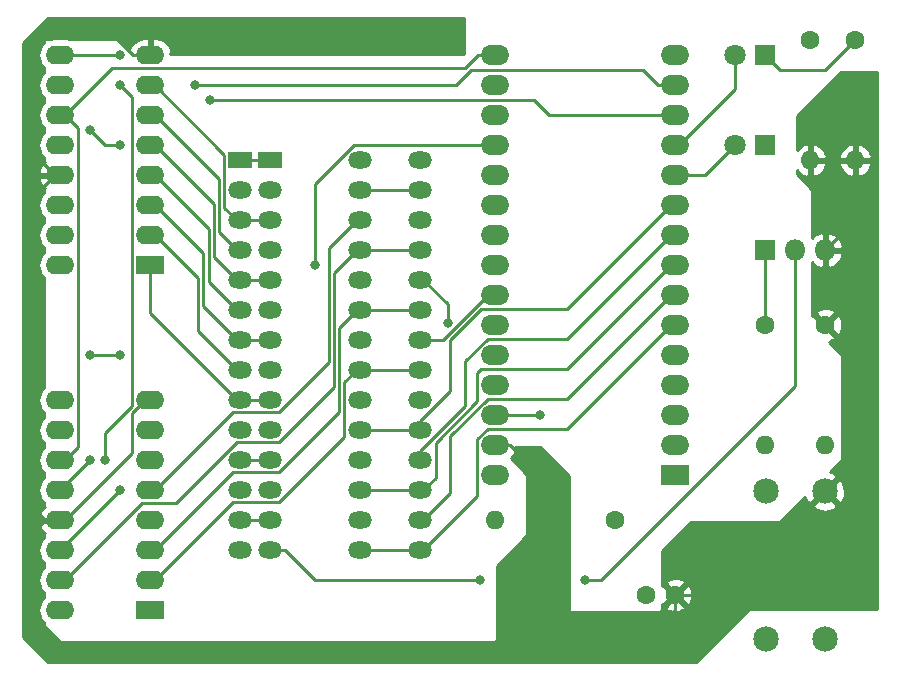
<source format=gtl>
G04 #@! TF.GenerationSoftware,KiCad,Pcbnew,(5.1.0)-1*
G04 #@! TF.CreationDate,2019-04-17T12:48:28-04:00*
G04 #@! TF.ProjectId,f-ramune_arduino,662d7261-6d75-46e6-955f-61726475696e,rev?*
G04 #@! TF.SameCoordinates,Original*
G04 #@! TF.FileFunction,Copper,L1,Top*
G04 #@! TF.FilePolarity,Positive*
%FSLAX46Y46*%
G04 Gerber Fmt 4.6, Leading zero omitted, Abs format (unit mm)*
G04 Created by KiCad (PCBNEW (5.1.0)-1) date 2019-04-17 12:48:29*
%MOMM*%
%LPD*%
G04 APERTURE LIST*
%ADD10C,1.600000*%
%ADD11O,2.000000X1.440000*%
%ADD12R,2.000000X1.440000*%
%ADD13O,2.400000X1.600000*%
%ADD14R,2.400000X1.600000*%
%ADD15C,2.159000*%
%ADD16O,1.600000X1.600000*%
%ADD17O,1.800000X1.800000*%
%ADD18R,1.800000X1.800000*%
%ADD19C,1.800000*%
%ADD20O,2.400000X1.700000*%
%ADD21R,2.400000X1.700000*%
%ADD22C,0.800000*%
%ADD23C,0.250000*%
%ADD24C,0.254000*%
G04 APERTURE END LIST*
D10*
X170220000Y-124460000D03*
X172720000Y-124460000D03*
D11*
X146050000Y-120650000D03*
X135890000Y-120650000D03*
X146050000Y-118110000D03*
X135890000Y-118110000D03*
X146050000Y-115570000D03*
X135890000Y-115570000D03*
X146050000Y-113030000D03*
X135890000Y-113030000D03*
X146050000Y-110490000D03*
X135890000Y-110490000D03*
X146050000Y-107950000D03*
X135890000Y-107950000D03*
X146050000Y-105410000D03*
X135890000Y-105410000D03*
X146050000Y-102870000D03*
X135890000Y-102870000D03*
X146050000Y-100330000D03*
X135890000Y-100330000D03*
X146050000Y-97790000D03*
X135890000Y-97790000D03*
X146050000Y-95250000D03*
X135890000Y-95250000D03*
X146050000Y-92710000D03*
X135890000Y-92710000D03*
X146050000Y-90170000D03*
X135890000Y-90170000D03*
X146050000Y-87630000D03*
D12*
X135890000Y-87630000D03*
D11*
X146050000Y-87630000D03*
X146050000Y-90170000D03*
X146050000Y-92710000D03*
X146050000Y-95250000D03*
X146050000Y-97790000D03*
X146050000Y-100330000D03*
X146050000Y-102870000D03*
X146050000Y-105410000D03*
X146050000Y-107950000D03*
X146050000Y-110490000D03*
X146050000Y-113030000D03*
X146050000Y-115570000D03*
X146050000Y-118110000D03*
X146050000Y-120650000D03*
X146050000Y-120650000D03*
X146050000Y-118110000D03*
X146050000Y-115570000D03*
X146050000Y-113030000D03*
X146050000Y-110490000D03*
X146050000Y-107950000D03*
X146050000Y-105410000D03*
X146050000Y-102870000D03*
X146050000Y-100330000D03*
X146050000Y-97790000D03*
X146050000Y-95250000D03*
X146050000Y-92710000D03*
X146050000Y-90170000D03*
X146050000Y-87630000D03*
X146050000Y-87630000D03*
X146050000Y-90170000D03*
X146050000Y-92710000D03*
X146050000Y-95250000D03*
X146050000Y-97790000D03*
X146050000Y-100330000D03*
X146050000Y-102870000D03*
X146050000Y-105410000D03*
X146050000Y-107950000D03*
X146050000Y-110490000D03*
X146050000Y-113030000D03*
X146050000Y-115570000D03*
X146050000Y-118110000D03*
X146050000Y-120650000D03*
D12*
X138430000Y-87630000D03*
D11*
X138430000Y-90170000D03*
X138430000Y-92710000D03*
X138430000Y-95250000D03*
X138430000Y-97790000D03*
X138430000Y-100330000D03*
X138430000Y-102870000D03*
X138430000Y-105410000D03*
X138430000Y-107950000D03*
X138430000Y-110490000D03*
X138430000Y-113030000D03*
X138430000Y-115570000D03*
X138430000Y-118110000D03*
X138430000Y-120650000D03*
X151130000Y-120650000D03*
X151130000Y-118110000D03*
X151130000Y-115570000D03*
X151130000Y-113030000D03*
X151130000Y-110490000D03*
X151130000Y-107950000D03*
X151130000Y-105410000D03*
X151130000Y-102870000D03*
X151130000Y-100330000D03*
X151130000Y-97790000D03*
X151130000Y-95250000D03*
X151130000Y-92710000D03*
X151130000Y-90170000D03*
X151130000Y-87630000D03*
X151130000Y-87630000D03*
X151130000Y-90170000D03*
X151130000Y-92710000D03*
X151130000Y-95250000D03*
X151130000Y-97790000D03*
X151130000Y-100330000D03*
X151130000Y-102870000D03*
X151130000Y-105410000D03*
X151130000Y-107950000D03*
X151130000Y-110490000D03*
X151130000Y-113030000D03*
X151130000Y-115570000D03*
X151130000Y-118110000D03*
X151130000Y-120650000D03*
X151130000Y-120650000D03*
X151130000Y-118110000D03*
X151130000Y-115570000D03*
X151130000Y-113030000D03*
X151130000Y-110490000D03*
X151130000Y-107950000D03*
X151130000Y-105410000D03*
X151130000Y-102870000D03*
X151130000Y-100330000D03*
X151130000Y-97790000D03*
X151130000Y-95250000D03*
X151130000Y-92710000D03*
X151130000Y-90170000D03*
X151130000Y-87630000D03*
X151130000Y-87630000D03*
X151130000Y-90170000D03*
X151130000Y-92710000D03*
X151130000Y-95250000D03*
X151130000Y-97790000D03*
X151130000Y-100330000D03*
X151130000Y-102870000D03*
X151130000Y-105410000D03*
X151130000Y-107950000D03*
X151130000Y-110490000D03*
X151130000Y-113030000D03*
X151130000Y-115570000D03*
X151130000Y-118110000D03*
X151130000Y-120650000D03*
D13*
X120650000Y-125730000D03*
X128270000Y-107950000D03*
X120650000Y-123190000D03*
X128270000Y-110490000D03*
X120650000Y-120650000D03*
X128270000Y-113030000D03*
X120650000Y-118110000D03*
X128270000Y-115570000D03*
X120650000Y-115570000D03*
X128270000Y-118110000D03*
X120650000Y-113030000D03*
X128270000Y-120650000D03*
X120650000Y-110490000D03*
X128270000Y-123190000D03*
X120650000Y-107950000D03*
D14*
X128270000Y-125730000D03*
D13*
X120650000Y-96520000D03*
X128270000Y-78740000D03*
X120650000Y-93980000D03*
X128270000Y-81280000D03*
X120650000Y-91440000D03*
X128270000Y-83820000D03*
X120650000Y-88900000D03*
X128270000Y-86360000D03*
X120650000Y-86360000D03*
X128270000Y-88900000D03*
X120650000Y-83820000D03*
X128270000Y-91440000D03*
X120650000Y-81280000D03*
X128270000Y-93980000D03*
X120650000Y-78740000D03*
D14*
X128270000Y-96520000D03*
D15*
X180380640Y-128168400D03*
X180380640Y-115671600D03*
X185379360Y-128168400D03*
X185379360Y-115671600D03*
D16*
X157480000Y-118110000D03*
D10*
X167640000Y-118110000D03*
D16*
X180340000Y-111760000D03*
D10*
X180340000Y-101600000D03*
D16*
X185420000Y-111760000D03*
D10*
X185420000Y-101600000D03*
D16*
X187960000Y-87630000D03*
D10*
X187960000Y-77470000D03*
D16*
X184150000Y-87630000D03*
D10*
X184150000Y-77470000D03*
D17*
X185420000Y-95250000D03*
X182880000Y-95250000D03*
D18*
X180340000Y-95250000D03*
D19*
X177800000Y-78740000D03*
D18*
X180340000Y-78740000D03*
D19*
X177800000Y-86360000D03*
D18*
X180340000Y-86360000D03*
D20*
X172720000Y-78740000D03*
X157480000Y-78740000D03*
X172720000Y-81280000D03*
X157480000Y-81280000D03*
X172720000Y-83820000D03*
X157480000Y-83820000D03*
X172720000Y-86360000D03*
X157480000Y-86360000D03*
X172720000Y-88900000D03*
X157480000Y-88900000D03*
X172720000Y-91440000D03*
X157480000Y-91440000D03*
X172720000Y-93980000D03*
X157480000Y-93980000D03*
X172720000Y-96520000D03*
X157480000Y-96520000D03*
X172720000Y-99060000D03*
X157480000Y-99060000D03*
X172720000Y-101600000D03*
X157480000Y-101600000D03*
X172720000Y-104140000D03*
X157480000Y-104140000D03*
X172720000Y-106680000D03*
X157480000Y-106680000D03*
X172720000Y-109220000D03*
X157480000Y-109220000D03*
X172720000Y-111760000D03*
X157480000Y-111760000D03*
D21*
X172720000Y-114300000D03*
D20*
X157480000Y-114300000D03*
D22*
X132080000Y-81280000D03*
X133350000Y-82550000D03*
X125730000Y-86360000D03*
X123190000Y-85090000D03*
X123190000Y-113030000D03*
X161290000Y-109220000D03*
X142240000Y-96520000D03*
X125730000Y-104140000D03*
X123190000Y-104140000D03*
X125730000Y-78740000D03*
X125730000Y-81280000D03*
X124460000Y-113030000D03*
X125730000Y-115570000D03*
X153474136Y-101404135D03*
X156210000Y-123190000D03*
X165099972Y-123190000D03*
D23*
X122175010Y-84945010D02*
X121050000Y-83820000D01*
X122175010Y-111904990D02*
X122175010Y-84945010D01*
X121050000Y-113030000D02*
X122175010Y-111904990D01*
X120650000Y-113030000D02*
X121050000Y-113030000D01*
X156030000Y-78740000D02*
X157480000Y-78740000D01*
X154904990Y-79865010D02*
X156030000Y-78740000D01*
X125004990Y-79865010D02*
X154904990Y-79865010D01*
X121050000Y-83820000D02*
X125004990Y-79865010D01*
X120650000Y-83820000D02*
X121050000Y-83820000D01*
X155396410Y-80010000D02*
X154126410Y-81280000D01*
X170000000Y-80010000D02*
X155396410Y-80010000D01*
X172720000Y-81280000D02*
X171270000Y-81280000D01*
X171270000Y-81280000D02*
X170000000Y-80010000D01*
X154126410Y-81280000D02*
X132080000Y-81280000D01*
X132080000Y-81280000D02*
X132080000Y-81280000D01*
X184150000Y-87630000D02*
X187960000Y-87630000D01*
X187960000Y-92710000D02*
X185420000Y-95250000D01*
X187960000Y-87630000D02*
X187960000Y-92710000D01*
X187960000Y-99060000D02*
X185420000Y-101600000D01*
X187960000Y-92710000D02*
X187960000Y-99060000D01*
X187960000Y-113090960D02*
X185379360Y-115671600D01*
X187960000Y-99060000D02*
X187960000Y-113090960D01*
X120650000Y-118110000D02*
X120250000Y-118110000D01*
X120650000Y-88900000D02*
X120250000Y-88900000D01*
X127870000Y-107950000D02*
X128270000Y-107950000D01*
X126744990Y-109075010D02*
X127870000Y-107950000D01*
X126744990Y-112415010D02*
X126744990Y-109075010D01*
X121050000Y-118110000D02*
X126744990Y-112415010D01*
X120650000Y-118110000D02*
X121050000Y-118110000D01*
X176590960Y-124460000D02*
X185379360Y-115671600D01*
X172720000Y-124460000D02*
X176590960Y-124460000D01*
X172720000Y-125730000D02*
X172720000Y-124460000D01*
X160020000Y-128270000D02*
X170180000Y-128270000D01*
X170180000Y-128270000D02*
X172720000Y-125730000D01*
X158750000Y-129540000D02*
X160020000Y-128270000D01*
X120650000Y-129540000D02*
X158750000Y-129540000D01*
X118110000Y-127000000D02*
X120650000Y-129540000D01*
X118110000Y-119380000D02*
X118110000Y-127000000D01*
X120250000Y-118110000D02*
X119380000Y-118110000D01*
X119380000Y-118110000D02*
X118110000Y-119380000D01*
X118110000Y-91040000D02*
X120250000Y-88900000D01*
X119380000Y-118110000D02*
X118110000Y-116840000D01*
X118110000Y-116840000D02*
X118110000Y-91040000D01*
X126820000Y-78740000D02*
X128270000Y-78740000D01*
X124280000Y-76200000D02*
X126820000Y-78740000D01*
X119380000Y-76200000D02*
X124280000Y-76200000D01*
X118110000Y-77470000D02*
X119380000Y-76200000D01*
X120250000Y-88900000D02*
X118110000Y-86760000D01*
X118110000Y-86760000D02*
X118110000Y-77470000D01*
X160020000Y-123386998D02*
X160020000Y-128270000D01*
X161290000Y-122116998D02*
X160020000Y-123386998D01*
X161290000Y-114300000D02*
X161290000Y-122116998D01*
X157480000Y-111760000D02*
X158750000Y-111760000D01*
X158750000Y-111760000D02*
X161290000Y-114300000D01*
X162031715Y-83820000D02*
X160761715Y-82550000D01*
X172720000Y-83820000D02*
X162031715Y-83820000D01*
X160761715Y-82550000D02*
X133350000Y-82550000D01*
X133350000Y-82550000D02*
X133350000Y-82550000D01*
X125730000Y-86360000D02*
X124460000Y-86360000D01*
X124460000Y-86360000D02*
X123190000Y-85090000D01*
X123190000Y-85090000D02*
X123190000Y-85090000D01*
X123190000Y-113030000D02*
X120650000Y-115570000D01*
X161290000Y-109220000D02*
X157480000Y-109220000D01*
X177800000Y-81630000D02*
X177800000Y-78740000D01*
X172720000Y-86360000D02*
X173070000Y-86360000D01*
X173070000Y-86360000D02*
X177800000Y-81630000D01*
X175260000Y-88900000D02*
X177800000Y-86360000D01*
X172720000Y-88900000D02*
X175260000Y-88900000D01*
X146050000Y-110490000D02*
X151130000Y-110490000D01*
X163574990Y-100235010D02*
X172370000Y-91440000D01*
X172370000Y-91440000D02*
X172720000Y-91440000D01*
X156304990Y-100235010D02*
X163574990Y-100235010D01*
X151130000Y-110490000D02*
X151130000Y-109707867D01*
X151130000Y-109707867D02*
X153670000Y-107167867D01*
X153670000Y-107167867D02*
X153670000Y-102870000D01*
X153670000Y-102870000D02*
X156304990Y-100235010D01*
X172370000Y-93980000D02*
X172720000Y-93980000D01*
X151130000Y-112247867D02*
X154940000Y-108437867D01*
X151130000Y-113030000D02*
X151130000Y-112247867D01*
X154940000Y-108437867D02*
X154940000Y-104668285D01*
X154940000Y-104668285D02*
X156833275Y-102775010D01*
X156833275Y-102775010D02*
X163574990Y-102775010D01*
X163574990Y-102775010D02*
X172370000Y-93980000D01*
X156843589Y-99060000D02*
X157480000Y-99060000D01*
X153033589Y-102870000D02*
X156843589Y-99060000D01*
X151130000Y-102870000D02*
X153033589Y-102870000D01*
X172370000Y-96520000D02*
X172720000Y-96520000D01*
X163574990Y-105315010D02*
X172370000Y-96520000D01*
X156304990Y-105315010D02*
X163574990Y-105315010D01*
X155954990Y-105665010D02*
X156304990Y-105315010D01*
X155954990Y-108059287D02*
X155954990Y-105665010D01*
X152455010Y-111559267D02*
X155954990Y-108059287D01*
X152455010Y-114524990D02*
X152455010Y-111559267D01*
X151410000Y-115570000D02*
X152455010Y-114524990D01*
X151130000Y-115570000D02*
X151410000Y-115570000D01*
X151130000Y-115570000D02*
X146050000Y-115570000D01*
X172370000Y-99060000D02*
X172720000Y-99060000D01*
X151130000Y-118110000D02*
X151410000Y-118110000D01*
X153670000Y-115850000D02*
X153670000Y-111018285D01*
X153670000Y-111018285D02*
X156833275Y-107855010D01*
X156833275Y-107855010D02*
X163574990Y-107855010D01*
X151410000Y-118110000D02*
X153670000Y-115850000D01*
X163574990Y-107855010D02*
X172370000Y-99060000D01*
X146050000Y-120650000D02*
X151130000Y-120650000D01*
X172370000Y-101600000D02*
X172720000Y-101600000D01*
X163574990Y-110395010D02*
X172370000Y-101600000D01*
X156833275Y-110395010D02*
X163574990Y-110395010D01*
X155954990Y-111273295D02*
X156833275Y-110395010D01*
X155954990Y-116105010D02*
X155954990Y-111273295D01*
X151410000Y-120650000D02*
X155954990Y-116105010D01*
X151130000Y-120650000D02*
X151410000Y-120650000D01*
X135890000Y-118110000D02*
X138430000Y-118110000D01*
X151130000Y-90170000D02*
X146050000Y-90170000D01*
X135890000Y-113030000D02*
X138430000Y-113030000D01*
X156030000Y-86360000D02*
X157480000Y-86360000D01*
X145562133Y-86360000D02*
X156030000Y-86360000D01*
X142240000Y-89682133D02*
X145562133Y-86360000D01*
X142240000Y-96520000D02*
X142240000Y-89682133D01*
X125730000Y-104140000D02*
X123190000Y-104140000D01*
X123190000Y-104140000D02*
X123190000Y-104140000D01*
X135890000Y-92710000D02*
X138430000Y-92710000D01*
X135610000Y-92710000D02*
X135890000Y-92710000D01*
X134564999Y-91664999D02*
X135610000Y-92710000D01*
X134564999Y-87174999D02*
X134564999Y-91664999D01*
X128670000Y-81280000D02*
X134564999Y-87174999D01*
X128270000Y-81280000D02*
X128670000Y-81280000D01*
X135610000Y-95250000D02*
X135890000Y-95250000D01*
X134114989Y-93754989D02*
X135610000Y-95250000D01*
X134114989Y-89264989D02*
X134114989Y-93754989D01*
X128670000Y-83820000D02*
X134114989Y-89264989D01*
X128270000Y-83820000D02*
X128670000Y-83820000D01*
X135890000Y-97790000D02*
X138430000Y-97790000D01*
X135610000Y-97790000D02*
X135890000Y-97790000D01*
X133664979Y-95844979D02*
X135610000Y-97790000D01*
X133664979Y-91354979D02*
X133664979Y-95844979D01*
X128670000Y-86360000D02*
X133664979Y-91354979D01*
X128270000Y-86360000D02*
X128670000Y-86360000D01*
X135610000Y-100330000D02*
X135890000Y-100330000D01*
X133214969Y-97934969D02*
X135610000Y-100330000D01*
X133214969Y-93444969D02*
X133214969Y-97934969D01*
X128670000Y-88900000D02*
X133214969Y-93444969D01*
X128270000Y-88900000D02*
X128670000Y-88900000D01*
X135890000Y-102870000D02*
X138430000Y-102870000D01*
X135610000Y-102870000D02*
X135890000Y-102870000D01*
X132764959Y-100024959D02*
X135610000Y-102870000D01*
X132764959Y-95534959D02*
X132764959Y-100024959D01*
X128670000Y-91440000D02*
X132764959Y-95534959D01*
X128270000Y-91440000D02*
X128670000Y-91440000D01*
X135610000Y-105410000D02*
X135890000Y-105410000D01*
X132314949Y-102114949D02*
X135610000Y-105410000D01*
X132314949Y-97624949D02*
X132314949Y-102114949D01*
X128670000Y-93980000D02*
X132314949Y-97624949D01*
X128270000Y-93980000D02*
X128670000Y-93980000D01*
X120650000Y-78740000D02*
X121050000Y-78740000D01*
X120650000Y-78740000D02*
X125730000Y-78740000D01*
X125730000Y-78740000D02*
X125730000Y-78740000D01*
X126744990Y-108438600D02*
X124460000Y-110723590D01*
X125730000Y-81280000D02*
X126744990Y-82294990D01*
X126744990Y-82294990D02*
X126744990Y-108438600D01*
X124460000Y-110723590D02*
X124460000Y-113030000D01*
X124460000Y-113030000D02*
X124460000Y-113030000D01*
X125730000Y-115570000D02*
X120650000Y-120650000D01*
X135890000Y-107950000D02*
X138430000Y-107950000D01*
X135610000Y-107950000D02*
X135890000Y-107950000D01*
X128270000Y-100610000D02*
X135610000Y-107950000D01*
X128270000Y-96520000D02*
X128270000Y-100610000D01*
X146050000Y-95250000D02*
X151130000Y-95250000D01*
X145770000Y-95250000D02*
X146050000Y-95250000D01*
X143824970Y-97195030D02*
X145770000Y-95250000D01*
X143824970Y-106852897D02*
X143824970Y-97195030D01*
X139142857Y-111535010D02*
X143824970Y-106852897D01*
X135627123Y-111535010D02*
X139142857Y-111535010D01*
X130467123Y-116695010D02*
X135627123Y-111535010D01*
X127544990Y-116695010D02*
X130467123Y-116695010D01*
X121050000Y-123190000D02*
X127544990Y-116695010D01*
X120650000Y-123190000D02*
X121050000Y-123190000D01*
X135890000Y-87630000D02*
X138430000Y-87630000D01*
X145770000Y-92710000D02*
X146050000Y-92710000D01*
X143374960Y-95105040D02*
X145770000Y-92710000D01*
X139142857Y-108995010D02*
X143374960Y-104762907D01*
X135244990Y-108995010D02*
X139142857Y-108995010D01*
X143374960Y-104762907D02*
X143374960Y-95105040D01*
X128670000Y-115570000D02*
X135244990Y-108995010D01*
X128270000Y-115570000D02*
X128670000Y-115570000D01*
X146050000Y-100330000D02*
X151130000Y-100330000D01*
X145770000Y-100330000D02*
X146050000Y-100330000D01*
X144274980Y-101825020D02*
X145770000Y-100330000D01*
X144274980Y-108942887D02*
X144274980Y-101825020D01*
X139142857Y-114075010D02*
X144274980Y-108942887D01*
X135244990Y-114075010D02*
X139142857Y-114075010D01*
X128670000Y-120650000D02*
X135244990Y-114075010D01*
X128270000Y-120650000D02*
X128670000Y-120650000D01*
X146050000Y-105410000D02*
X151130000Y-105410000D01*
X145770000Y-105410000D02*
X146050000Y-105410000D01*
X144724990Y-106455010D02*
X145770000Y-105410000D01*
X144724990Y-111032877D02*
X144724990Y-106455010D01*
X139142857Y-116615010D02*
X144724990Y-111032877D01*
X135244990Y-116615010D02*
X139142857Y-116615010D01*
X128670000Y-123190000D02*
X135244990Y-116615010D01*
X128270000Y-123190000D02*
X128670000Y-123190000D01*
X151410000Y-97790000D02*
X153474136Y-99854136D01*
X151130000Y-97790000D02*
X151410000Y-97790000D01*
X153474136Y-99854136D02*
X153474136Y-100838450D01*
X153474136Y-100838450D02*
X153474136Y-101404135D01*
X138430000Y-120650000D02*
X139680000Y-120650000D01*
X139680000Y-120650000D02*
X142220000Y-123190000D01*
X155644315Y-123190000D02*
X156210000Y-123190000D01*
X142220000Y-123190000D02*
X155644315Y-123190000D01*
X182880000Y-106775002D02*
X166465002Y-123190000D01*
X165665657Y-123190000D02*
X165099972Y-123190000D01*
X182880000Y-95250000D02*
X182880000Y-106775002D01*
X166465002Y-123190000D02*
X165665657Y-123190000D01*
X185420000Y-80010000D02*
X187960000Y-77470000D01*
X180340000Y-78740000D02*
X181610000Y-80010000D01*
X181610000Y-80010000D02*
X185420000Y-80010000D01*
X180340000Y-101600000D02*
X180340000Y-95250000D01*
D24*
G36*
X154813000Y-78613000D02*
G01*
X130105000Y-78613000D01*
X130105000Y-78612998D01*
X129939916Y-78612998D01*
X130061904Y-78390961D01*
X130044367Y-78308182D01*
X129933715Y-78048354D01*
X129774500Y-77815105D01*
X129572839Y-77617399D01*
X129336483Y-77462834D01*
X129074514Y-77357350D01*
X128797000Y-77305000D01*
X128397000Y-77305000D01*
X128397000Y-78613000D01*
X128143000Y-78613000D01*
X128143000Y-77305000D01*
X127743000Y-77305000D01*
X127465486Y-77357350D01*
X127203517Y-77462834D01*
X126967161Y-77617399D01*
X126765500Y-77815105D01*
X126606285Y-78048354D01*
X126570945Y-78131339D01*
X126562338Y-78122732D01*
X126533937Y-78080226D01*
X126389774Y-77936063D01*
X126347266Y-77907660D01*
X125819803Y-77380197D01*
X125800557Y-77364403D01*
X125778601Y-77352667D01*
X125754776Y-77345440D01*
X125730000Y-77343000D01*
X121388129Y-77343000D01*
X121331309Y-77325764D01*
X121120492Y-77305000D01*
X120179508Y-77305000D01*
X119968691Y-77325764D01*
X119911871Y-77343000D01*
X119380000Y-77343000D01*
X119355224Y-77345440D01*
X119331399Y-77352667D01*
X119309443Y-77364403D01*
X119290197Y-77380197D01*
X119274403Y-77399443D01*
X119262667Y-77421399D01*
X119255440Y-77445224D01*
X119253000Y-77470000D01*
X119253000Y-77701838D01*
X119230392Y-77720392D01*
X119051068Y-77938899D01*
X118917818Y-78188192D01*
X118835764Y-78458691D01*
X118808057Y-78740000D01*
X118835764Y-79021309D01*
X118917818Y-79291808D01*
X119051068Y-79541101D01*
X119230392Y-79759608D01*
X119253000Y-79778162D01*
X119253000Y-80241838D01*
X119230392Y-80260392D01*
X119051068Y-80478899D01*
X118917818Y-80728192D01*
X118835764Y-80998691D01*
X118808057Y-81280000D01*
X118835764Y-81561309D01*
X118917818Y-81831808D01*
X119051068Y-82081101D01*
X119230392Y-82299608D01*
X119253000Y-82318162D01*
X119253000Y-82781838D01*
X119230392Y-82800392D01*
X119051068Y-83018899D01*
X118917818Y-83268192D01*
X118835764Y-83538691D01*
X118808057Y-83820000D01*
X118835764Y-84101309D01*
X118917818Y-84371808D01*
X119051068Y-84621101D01*
X119230392Y-84839608D01*
X119253000Y-84858162D01*
X119253000Y-85321838D01*
X119230392Y-85340392D01*
X119051068Y-85558899D01*
X118917818Y-85808192D01*
X118835764Y-86078691D01*
X118808057Y-86360000D01*
X118835764Y-86641309D01*
X118917818Y-86911808D01*
X119051068Y-87161101D01*
X119230392Y-87379608D01*
X119253000Y-87398162D01*
X119253000Y-87630000D01*
X119255440Y-87654776D01*
X119262667Y-87678601D01*
X119274403Y-87700557D01*
X119290197Y-87719803D01*
X119347543Y-87777149D01*
X119347161Y-87777399D01*
X119145500Y-87975105D01*
X118986285Y-88208354D01*
X118875633Y-88468182D01*
X118858096Y-88550961D01*
X118980085Y-88773000D01*
X120343394Y-88773000D01*
X120470394Y-88900000D01*
X120343394Y-89027000D01*
X118980085Y-89027000D01*
X118858096Y-89249039D01*
X118875633Y-89331818D01*
X118986285Y-89591646D01*
X119145500Y-89824895D01*
X119347161Y-90022601D01*
X119347543Y-90022851D01*
X119290197Y-90080197D01*
X119274403Y-90099443D01*
X119262667Y-90121399D01*
X119255440Y-90145224D01*
X119253000Y-90170000D01*
X119253000Y-90401838D01*
X119230392Y-90420392D01*
X119051068Y-90638899D01*
X118917818Y-90888192D01*
X118835764Y-91158691D01*
X118808057Y-91440000D01*
X118835764Y-91721309D01*
X118917818Y-91991808D01*
X119051068Y-92241101D01*
X119230392Y-92459608D01*
X119253000Y-92478162D01*
X119253000Y-92941838D01*
X119230392Y-92960392D01*
X119051068Y-93178899D01*
X118917818Y-93428192D01*
X118835764Y-93698691D01*
X118808057Y-93980000D01*
X118835764Y-94261309D01*
X118917818Y-94531808D01*
X119051068Y-94781101D01*
X119230392Y-94999608D01*
X119253000Y-95018162D01*
X119253000Y-95481838D01*
X119230392Y-95500392D01*
X119051068Y-95718899D01*
X118917818Y-95968192D01*
X118835764Y-96238691D01*
X118808057Y-96520000D01*
X118835764Y-96801309D01*
X118917818Y-97071808D01*
X119051068Y-97321101D01*
X119230392Y-97539608D01*
X119253000Y-97558162D01*
X119253000Y-106911838D01*
X119230392Y-106930392D01*
X119051068Y-107148899D01*
X118917818Y-107398192D01*
X118835764Y-107668691D01*
X118808057Y-107950000D01*
X118835764Y-108231309D01*
X118917818Y-108501808D01*
X119051068Y-108751101D01*
X119230392Y-108969608D01*
X119253000Y-108988162D01*
X119253000Y-109451838D01*
X119230392Y-109470392D01*
X119051068Y-109688899D01*
X118917818Y-109938192D01*
X118835764Y-110208691D01*
X118808057Y-110490000D01*
X118835764Y-110771309D01*
X118917818Y-111041808D01*
X119051068Y-111291101D01*
X119230392Y-111509608D01*
X119253000Y-111528162D01*
X119253000Y-111991838D01*
X119230392Y-112010392D01*
X119051068Y-112228899D01*
X118917818Y-112478192D01*
X118835764Y-112748691D01*
X118808057Y-113030000D01*
X118835764Y-113311309D01*
X118917818Y-113581808D01*
X119051068Y-113831101D01*
X119230392Y-114049608D01*
X119253000Y-114068162D01*
X119253000Y-114531838D01*
X119230392Y-114550392D01*
X119051068Y-114768899D01*
X118917818Y-115018192D01*
X118835764Y-115288691D01*
X118808057Y-115570000D01*
X118835764Y-115851309D01*
X118917818Y-116121808D01*
X119051068Y-116371101D01*
X119230392Y-116589608D01*
X119253000Y-116608162D01*
X119253000Y-116840000D01*
X119255440Y-116864776D01*
X119262667Y-116888601D01*
X119274403Y-116910557D01*
X119290197Y-116929803D01*
X119347543Y-116987149D01*
X119347161Y-116987399D01*
X119145500Y-117185105D01*
X118986285Y-117418354D01*
X118875633Y-117678182D01*
X118858096Y-117760961D01*
X118980085Y-117983000D01*
X120343394Y-117983000D01*
X120470394Y-118110000D01*
X120343394Y-118237000D01*
X118980085Y-118237000D01*
X118858096Y-118459039D01*
X118875633Y-118541818D01*
X118986285Y-118801646D01*
X119145500Y-119034895D01*
X119347161Y-119232601D01*
X119347543Y-119232851D01*
X119290197Y-119290197D01*
X119274403Y-119309443D01*
X119262667Y-119331399D01*
X119255440Y-119355224D01*
X119253000Y-119380000D01*
X119253000Y-119611838D01*
X119230392Y-119630392D01*
X119051068Y-119848899D01*
X118917818Y-120098192D01*
X118835764Y-120368691D01*
X118808057Y-120650000D01*
X118835764Y-120931309D01*
X118917818Y-121201808D01*
X119051068Y-121451101D01*
X119230392Y-121669608D01*
X119253000Y-121688162D01*
X119253000Y-122151838D01*
X119230392Y-122170392D01*
X119051068Y-122388899D01*
X118917818Y-122638192D01*
X118835764Y-122908691D01*
X118808057Y-123190000D01*
X118835764Y-123471309D01*
X118917818Y-123741808D01*
X119051068Y-123991101D01*
X119230392Y-124209608D01*
X119253000Y-124228162D01*
X119253000Y-124691838D01*
X119230392Y-124710392D01*
X119051068Y-124928899D01*
X118917818Y-125178192D01*
X118835764Y-125448691D01*
X118808057Y-125730000D01*
X118835764Y-126011309D01*
X118917818Y-126281808D01*
X119051068Y-126531101D01*
X119230392Y-126749608D01*
X119253000Y-126768162D01*
X119253000Y-127000000D01*
X119255440Y-127024776D01*
X119262667Y-127048601D01*
X119274403Y-127070557D01*
X119290197Y-127089803D01*
X120560197Y-128359803D01*
X120579443Y-128375597D01*
X120601399Y-128387333D01*
X120625224Y-128394560D01*
X120650000Y-128397000D01*
X157480000Y-128397000D01*
X157504776Y-128394560D01*
X157528601Y-128387333D01*
X157550557Y-128375597D01*
X157569803Y-128359803D01*
X157585597Y-128340557D01*
X157597333Y-128318601D01*
X157604560Y-128294776D01*
X157607000Y-128270000D01*
X157607000Y-121972606D01*
X160109803Y-119469803D01*
X160125597Y-119450557D01*
X160137333Y-119428601D01*
X160144560Y-119404776D01*
X160147000Y-119380000D01*
X160147000Y-114300000D01*
X160144560Y-114275224D01*
X160137333Y-114251399D01*
X160125597Y-114229443D01*
X160109803Y-114210197D01*
X158792607Y-112893001D01*
X158969857Y-112720252D01*
X159135291Y-112479426D01*
X159250563Y-112210953D01*
X159271476Y-112116890D01*
X159150156Y-111887002D01*
X159315000Y-111887002D01*
X159315000Y-111887000D01*
X161237394Y-111887000D01*
X163703000Y-114352606D01*
X163703000Y-125730000D01*
X163705440Y-125754776D01*
X163712667Y-125778601D01*
X163724403Y-125800557D01*
X163740197Y-125819803D01*
X163759443Y-125835597D01*
X163781399Y-125847333D01*
X163805224Y-125854560D01*
X163830000Y-125857000D01*
X169887629Y-125857000D01*
X170078665Y-125895000D01*
X170361335Y-125895000D01*
X170552371Y-125857000D01*
X171450000Y-125857000D01*
X171474776Y-125854560D01*
X171498601Y-125847333D01*
X171520557Y-125835597D01*
X171539803Y-125819803D01*
X171555597Y-125800557D01*
X171567333Y-125778601D01*
X171574560Y-125754776D01*
X171577000Y-125730000D01*
X171577000Y-125452702D01*
X171906903Y-125452702D01*
X171978486Y-125696671D01*
X172233996Y-125817571D01*
X172508184Y-125886300D01*
X172790512Y-125900217D01*
X173070130Y-125858787D01*
X173336292Y-125763603D01*
X173461514Y-125696671D01*
X173533097Y-125452702D01*
X172720000Y-124639605D01*
X171906903Y-125452702D01*
X171577000Y-125452702D01*
X171577000Y-125228998D01*
X171727298Y-125273097D01*
X172540395Y-124460000D01*
X172899605Y-124460000D01*
X173712702Y-125273097D01*
X173956671Y-125201514D01*
X174077571Y-124946004D01*
X174146300Y-124671816D01*
X174160217Y-124389488D01*
X174118787Y-124109870D01*
X174023603Y-123843708D01*
X173956671Y-123718486D01*
X173712702Y-123646903D01*
X172899605Y-124460000D01*
X172540395Y-124460000D01*
X171727298Y-123646903D01*
X171577000Y-123691002D01*
X171577000Y-123467298D01*
X171906903Y-123467298D01*
X172720000Y-124280395D01*
X173533097Y-123467298D01*
X173461514Y-123223329D01*
X173206004Y-123102429D01*
X172931816Y-123033700D01*
X172649488Y-123019783D01*
X172369870Y-123061213D01*
X172103708Y-123156397D01*
X171978486Y-123223329D01*
X171906903Y-123467298D01*
X171577000Y-123467298D01*
X171577000Y-120702606D01*
X174042606Y-118237000D01*
X181610000Y-118237000D01*
X181634776Y-118234560D01*
X181658601Y-118227333D01*
X181680557Y-118215597D01*
X181699803Y-118199803D01*
X183035908Y-116863698D01*
X184366867Y-116863698D01*
X184472226Y-117136228D01*
X184775391Y-117285059D01*
X185101767Y-117371885D01*
X185438810Y-117393370D01*
X185773568Y-117348688D01*
X186093177Y-117239557D01*
X186286494Y-117136228D01*
X186391853Y-116863698D01*
X185379360Y-115851205D01*
X184366867Y-116863698D01*
X183035908Y-116863698D01*
X183735750Y-116163856D01*
X183811403Y-116385417D01*
X183914732Y-116578734D01*
X184187262Y-116684093D01*
X185199755Y-115671600D01*
X185558965Y-115671600D01*
X186571458Y-116684093D01*
X186843988Y-116578734D01*
X186992819Y-116275569D01*
X187079645Y-115949193D01*
X187101130Y-115612150D01*
X187056448Y-115277392D01*
X186947317Y-114957783D01*
X186843988Y-114764466D01*
X186571458Y-114659107D01*
X185558965Y-115671600D01*
X185199755Y-115671600D01*
X185185613Y-115657458D01*
X185365218Y-115477853D01*
X185379360Y-115491995D01*
X186391853Y-114479502D01*
X186286494Y-114206972D01*
X185983329Y-114058141D01*
X185871275Y-114028331D01*
X186779803Y-113119803D01*
X186795597Y-113100557D01*
X186807333Y-113078601D01*
X186814560Y-113054776D01*
X186817000Y-113030000D01*
X186817000Y-112098129D01*
X186834236Y-112041309D01*
X186861943Y-111760000D01*
X186834236Y-111478691D01*
X186817000Y-111421871D01*
X186817000Y-104140000D01*
X186814560Y-104115224D01*
X186807333Y-104091399D01*
X186795597Y-104069443D01*
X186779803Y-104050197D01*
X185733779Y-103004173D01*
X185770130Y-102998787D01*
X186036292Y-102903603D01*
X186161514Y-102836671D01*
X186233097Y-102592702D01*
X185420000Y-101779605D01*
X185405858Y-101793748D01*
X185226253Y-101614143D01*
X185240395Y-101600000D01*
X185599605Y-101600000D01*
X186412702Y-102413097D01*
X186656671Y-102341514D01*
X186777571Y-102086004D01*
X186846300Y-101811816D01*
X186860217Y-101529488D01*
X186818787Y-101249870D01*
X186723603Y-100983708D01*
X186656671Y-100858486D01*
X186412702Y-100786903D01*
X185599605Y-101600000D01*
X185240395Y-101600000D01*
X184427298Y-100786903D01*
X184277000Y-100831002D01*
X184277000Y-100607298D01*
X184606903Y-100607298D01*
X185420000Y-101420395D01*
X186233097Y-100607298D01*
X186161514Y-100363329D01*
X185906004Y-100242429D01*
X185631816Y-100173700D01*
X185349488Y-100159783D01*
X185069870Y-100201213D01*
X184803708Y-100296397D01*
X184678486Y-100363329D01*
X184606903Y-100607298D01*
X184277000Y-100607298D01*
X184277000Y-96271986D01*
X184288351Y-96287116D01*
X184512427Y-96487962D01*
X184771380Y-96641234D01*
X185055259Y-96741041D01*
X185293000Y-96620992D01*
X185293000Y-95377000D01*
X185547000Y-95377000D01*
X185547000Y-96620992D01*
X185784741Y-96741041D01*
X186068620Y-96641234D01*
X186327573Y-96487962D01*
X186551649Y-96287116D01*
X186732236Y-96046414D01*
X186862394Y-95775107D01*
X186911036Y-95614740D01*
X186790378Y-95377000D01*
X185547000Y-95377000D01*
X185293000Y-95377000D01*
X185273000Y-95377000D01*
X185273000Y-95123000D01*
X185293000Y-95123000D01*
X185293000Y-93879008D01*
X185547000Y-93879008D01*
X185547000Y-95123000D01*
X186790378Y-95123000D01*
X186911036Y-94885260D01*
X186862394Y-94724893D01*
X186732236Y-94453586D01*
X186551649Y-94212884D01*
X186327573Y-94012038D01*
X186068620Y-93858766D01*
X185784741Y-93758959D01*
X185547000Y-93879008D01*
X185293000Y-93879008D01*
X185055259Y-93758959D01*
X184771380Y-93858766D01*
X184512427Y-94012038D01*
X184288351Y-94212884D01*
X184277000Y-94228014D01*
X184277000Y-90170000D01*
X184274560Y-90145224D01*
X184267333Y-90121399D01*
X184255597Y-90099443D01*
X184239803Y-90080197D01*
X183007000Y-88847394D01*
X183007000Y-88495480D01*
X183186586Y-88693519D01*
X183412580Y-88861037D01*
X183666913Y-88981246D01*
X183800961Y-89021904D01*
X184023000Y-88899915D01*
X184023000Y-87757000D01*
X184277000Y-87757000D01*
X184277000Y-88899915D01*
X184499039Y-89021904D01*
X184633087Y-88981246D01*
X184887420Y-88861037D01*
X185113414Y-88693519D01*
X185302385Y-88485131D01*
X185447070Y-88243881D01*
X185541909Y-87979040D01*
X186568091Y-87979040D01*
X186662930Y-88243881D01*
X186807615Y-88485131D01*
X186996586Y-88693519D01*
X187222580Y-88861037D01*
X187476913Y-88981246D01*
X187610961Y-89021904D01*
X187833000Y-88899915D01*
X187833000Y-87757000D01*
X188087000Y-87757000D01*
X188087000Y-88899915D01*
X188309039Y-89021904D01*
X188443087Y-88981246D01*
X188697420Y-88861037D01*
X188923414Y-88693519D01*
X189112385Y-88485131D01*
X189257070Y-88243881D01*
X189351909Y-87979040D01*
X189230624Y-87757000D01*
X188087000Y-87757000D01*
X187833000Y-87757000D01*
X186689376Y-87757000D01*
X186568091Y-87979040D01*
X185541909Y-87979040D01*
X185420624Y-87757000D01*
X184277000Y-87757000D01*
X184023000Y-87757000D01*
X184003000Y-87757000D01*
X184003000Y-87503000D01*
X184023000Y-87503000D01*
X184023000Y-86360085D01*
X184277000Y-86360085D01*
X184277000Y-87503000D01*
X185420624Y-87503000D01*
X185541909Y-87280960D01*
X186568091Y-87280960D01*
X186689376Y-87503000D01*
X187833000Y-87503000D01*
X187833000Y-86360085D01*
X188087000Y-86360085D01*
X188087000Y-87503000D01*
X189230624Y-87503000D01*
X189351909Y-87280960D01*
X189257070Y-87016119D01*
X189112385Y-86774869D01*
X188923414Y-86566481D01*
X188697420Y-86398963D01*
X188443087Y-86278754D01*
X188309039Y-86238096D01*
X188087000Y-86360085D01*
X187833000Y-86360085D01*
X187610961Y-86238096D01*
X187476913Y-86278754D01*
X187222580Y-86398963D01*
X186996586Y-86566481D01*
X186807615Y-86774869D01*
X186662930Y-87016119D01*
X186568091Y-87280960D01*
X185541909Y-87280960D01*
X185447070Y-87016119D01*
X185302385Y-86774869D01*
X185113414Y-86566481D01*
X184887420Y-86398963D01*
X184633087Y-86278754D01*
X184499039Y-86238096D01*
X184277000Y-86360085D01*
X184023000Y-86360085D01*
X183800961Y-86238096D01*
X183666913Y-86278754D01*
X183412580Y-86398963D01*
X183186586Y-86566481D01*
X183007000Y-86764520D01*
X183007000Y-83872606D01*
X186742606Y-80137000D01*
X189840000Y-80137000D01*
X189840001Y-125603000D01*
X179070000Y-125603000D01*
X179045224Y-125605440D01*
X179021399Y-125612667D01*
X178999443Y-125624403D01*
X178980197Y-125640197D01*
X174470394Y-130150000D01*
X119653381Y-130150000D01*
X117500000Y-127996620D01*
X117500000Y-77743380D01*
X119653381Y-75590000D01*
X154813000Y-75590000D01*
X154813000Y-78613000D01*
X154813000Y-78613000D01*
G37*
X154813000Y-78613000D02*
X130105000Y-78613000D01*
X130105000Y-78612998D01*
X129939916Y-78612998D01*
X130061904Y-78390961D01*
X130044367Y-78308182D01*
X129933715Y-78048354D01*
X129774500Y-77815105D01*
X129572839Y-77617399D01*
X129336483Y-77462834D01*
X129074514Y-77357350D01*
X128797000Y-77305000D01*
X128397000Y-77305000D01*
X128397000Y-78613000D01*
X128143000Y-78613000D01*
X128143000Y-77305000D01*
X127743000Y-77305000D01*
X127465486Y-77357350D01*
X127203517Y-77462834D01*
X126967161Y-77617399D01*
X126765500Y-77815105D01*
X126606285Y-78048354D01*
X126570945Y-78131339D01*
X126562338Y-78122732D01*
X126533937Y-78080226D01*
X126389774Y-77936063D01*
X126347266Y-77907660D01*
X125819803Y-77380197D01*
X125800557Y-77364403D01*
X125778601Y-77352667D01*
X125754776Y-77345440D01*
X125730000Y-77343000D01*
X121388129Y-77343000D01*
X121331309Y-77325764D01*
X121120492Y-77305000D01*
X120179508Y-77305000D01*
X119968691Y-77325764D01*
X119911871Y-77343000D01*
X119380000Y-77343000D01*
X119355224Y-77345440D01*
X119331399Y-77352667D01*
X119309443Y-77364403D01*
X119290197Y-77380197D01*
X119274403Y-77399443D01*
X119262667Y-77421399D01*
X119255440Y-77445224D01*
X119253000Y-77470000D01*
X119253000Y-77701838D01*
X119230392Y-77720392D01*
X119051068Y-77938899D01*
X118917818Y-78188192D01*
X118835764Y-78458691D01*
X118808057Y-78740000D01*
X118835764Y-79021309D01*
X118917818Y-79291808D01*
X119051068Y-79541101D01*
X119230392Y-79759608D01*
X119253000Y-79778162D01*
X119253000Y-80241838D01*
X119230392Y-80260392D01*
X119051068Y-80478899D01*
X118917818Y-80728192D01*
X118835764Y-80998691D01*
X118808057Y-81280000D01*
X118835764Y-81561309D01*
X118917818Y-81831808D01*
X119051068Y-82081101D01*
X119230392Y-82299608D01*
X119253000Y-82318162D01*
X119253000Y-82781838D01*
X119230392Y-82800392D01*
X119051068Y-83018899D01*
X118917818Y-83268192D01*
X118835764Y-83538691D01*
X118808057Y-83820000D01*
X118835764Y-84101309D01*
X118917818Y-84371808D01*
X119051068Y-84621101D01*
X119230392Y-84839608D01*
X119253000Y-84858162D01*
X119253000Y-85321838D01*
X119230392Y-85340392D01*
X119051068Y-85558899D01*
X118917818Y-85808192D01*
X118835764Y-86078691D01*
X118808057Y-86360000D01*
X118835764Y-86641309D01*
X118917818Y-86911808D01*
X119051068Y-87161101D01*
X119230392Y-87379608D01*
X119253000Y-87398162D01*
X119253000Y-87630000D01*
X119255440Y-87654776D01*
X119262667Y-87678601D01*
X119274403Y-87700557D01*
X119290197Y-87719803D01*
X119347543Y-87777149D01*
X119347161Y-87777399D01*
X119145500Y-87975105D01*
X118986285Y-88208354D01*
X118875633Y-88468182D01*
X118858096Y-88550961D01*
X118980085Y-88773000D01*
X120343394Y-88773000D01*
X120470394Y-88900000D01*
X120343394Y-89027000D01*
X118980085Y-89027000D01*
X118858096Y-89249039D01*
X118875633Y-89331818D01*
X118986285Y-89591646D01*
X119145500Y-89824895D01*
X119347161Y-90022601D01*
X119347543Y-90022851D01*
X119290197Y-90080197D01*
X119274403Y-90099443D01*
X119262667Y-90121399D01*
X119255440Y-90145224D01*
X119253000Y-90170000D01*
X119253000Y-90401838D01*
X119230392Y-90420392D01*
X119051068Y-90638899D01*
X118917818Y-90888192D01*
X118835764Y-91158691D01*
X118808057Y-91440000D01*
X118835764Y-91721309D01*
X118917818Y-91991808D01*
X119051068Y-92241101D01*
X119230392Y-92459608D01*
X119253000Y-92478162D01*
X119253000Y-92941838D01*
X119230392Y-92960392D01*
X119051068Y-93178899D01*
X118917818Y-93428192D01*
X118835764Y-93698691D01*
X118808057Y-93980000D01*
X118835764Y-94261309D01*
X118917818Y-94531808D01*
X119051068Y-94781101D01*
X119230392Y-94999608D01*
X119253000Y-95018162D01*
X119253000Y-95481838D01*
X119230392Y-95500392D01*
X119051068Y-95718899D01*
X118917818Y-95968192D01*
X118835764Y-96238691D01*
X118808057Y-96520000D01*
X118835764Y-96801309D01*
X118917818Y-97071808D01*
X119051068Y-97321101D01*
X119230392Y-97539608D01*
X119253000Y-97558162D01*
X119253000Y-106911838D01*
X119230392Y-106930392D01*
X119051068Y-107148899D01*
X118917818Y-107398192D01*
X118835764Y-107668691D01*
X118808057Y-107950000D01*
X118835764Y-108231309D01*
X118917818Y-108501808D01*
X119051068Y-108751101D01*
X119230392Y-108969608D01*
X119253000Y-108988162D01*
X119253000Y-109451838D01*
X119230392Y-109470392D01*
X119051068Y-109688899D01*
X118917818Y-109938192D01*
X118835764Y-110208691D01*
X118808057Y-110490000D01*
X118835764Y-110771309D01*
X118917818Y-111041808D01*
X119051068Y-111291101D01*
X119230392Y-111509608D01*
X119253000Y-111528162D01*
X119253000Y-111991838D01*
X119230392Y-112010392D01*
X119051068Y-112228899D01*
X118917818Y-112478192D01*
X118835764Y-112748691D01*
X118808057Y-113030000D01*
X118835764Y-113311309D01*
X118917818Y-113581808D01*
X119051068Y-113831101D01*
X119230392Y-114049608D01*
X119253000Y-114068162D01*
X119253000Y-114531838D01*
X119230392Y-114550392D01*
X119051068Y-114768899D01*
X118917818Y-115018192D01*
X118835764Y-115288691D01*
X118808057Y-115570000D01*
X118835764Y-115851309D01*
X118917818Y-116121808D01*
X119051068Y-116371101D01*
X119230392Y-116589608D01*
X119253000Y-116608162D01*
X119253000Y-116840000D01*
X119255440Y-116864776D01*
X119262667Y-116888601D01*
X119274403Y-116910557D01*
X119290197Y-116929803D01*
X119347543Y-116987149D01*
X119347161Y-116987399D01*
X119145500Y-117185105D01*
X118986285Y-117418354D01*
X118875633Y-117678182D01*
X118858096Y-117760961D01*
X118980085Y-117983000D01*
X120343394Y-117983000D01*
X120470394Y-118110000D01*
X120343394Y-118237000D01*
X118980085Y-118237000D01*
X118858096Y-118459039D01*
X118875633Y-118541818D01*
X118986285Y-118801646D01*
X119145500Y-119034895D01*
X119347161Y-119232601D01*
X119347543Y-119232851D01*
X119290197Y-119290197D01*
X119274403Y-119309443D01*
X119262667Y-119331399D01*
X119255440Y-119355224D01*
X119253000Y-119380000D01*
X119253000Y-119611838D01*
X119230392Y-119630392D01*
X119051068Y-119848899D01*
X118917818Y-120098192D01*
X118835764Y-120368691D01*
X118808057Y-120650000D01*
X118835764Y-120931309D01*
X118917818Y-121201808D01*
X119051068Y-121451101D01*
X119230392Y-121669608D01*
X119253000Y-121688162D01*
X119253000Y-122151838D01*
X119230392Y-122170392D01*
X119051068Y-122388899D01*
X118917818Y-122638192D01*
X118835764Y-122908691D01*
X118808057Y-123190000D01*
X118835764Y-123471309D01*
X118917818Y-123741808D01*
X119051068Y-123991101D01*
X119230392Y-124209608D01*
X119253000Y-124228162D01*
X119253000Y-124691838D01*
X119230392Y-124710392D01*
X119051068Y-124928899D01*
X118917818Y-125178192D01*
X118835764Y-125448691D01*
X118808057Y-125730000D01*
X118835764Y-126011309D01*
X118917818Y-126281808D01*
X119051068Y-126531101D01*
X119230392Y-126749608D01*
X119253000Y-126768162D01*
X119253000Y-127000000D01*
X119255440Y-127024776D01*
X119262667Y-127048601D01*
X119274403Y-127070557D01*
X119290197Y-127089803D01*
X120560197Y-128359803D01*
X120579443Y-128375597D01*
X120601399Y-128387333D01*
X120625224Y-128394560D01*
X120650000Y-128397000D01*
X157480000Y-128397000D01*
X157504776Y-128394560D01*
X157528601Y-128387333D01*
X157550557Y-128375597D01*
X157569803Y-128359803D01*
X157585597Y-128340557D01*
X157597333Y-128318601D01*
X157604560Y-128294776D01*
X157607000Y-128270000D01*
X157607000Y-121972606D01*
X160109803Y-119469803D01*
X160125597Y-119450557D01*
X160137333Y-119428601D01*
X160144560Y-119404776D01*
X160147000Y-119380000D01*
X160147000Y-114300000D01*
X160144560Y-114275224D01*
X160137333Y-114251399D01*
X160125597Y-114229443D01*
X160109803Y-114210197D01*
X158792607Y-112893001D01*
X158969857Y-112720252D01*
X159135291Y-112479426D01*
X159250563Y-112210953D01*
X159271476Y-112116890D01*
X159150156Y-111887002D01*
X159315000Y-111887002D01*
X159315000Y-111887000D01*
X161237394Y-111887000D01*
X163703000Y-114352606D01*
X163703000Y-125730000D01*
X163705440Y-125754776D01*
X163712667Y-125778601D01*
X163724403Y-125800557D01*
X163740197Y-125819803D01*
X163759443Y-125835597D01*
X163781399Y-125847333D01*
X163805224Y-125854560D01*
X163830000Y-125857000D01*
X169887629Y-125857000D01*
X170078665Y-125895000D01*
X170361335Y-125895000D01*
X170552371Y-125857000D01*
X171450000Y-125857000D01*
X171474776Y-125854560D01*
X171498601Y-125847333D01*
X171520557Y-125835597D01*
X171539803Y-125819803D01*
X171555597Y-125800557D01*
X171567333Y-125778601D01*
X171574560Y-125754776D01*
X171577000Y-125730000D01*
X171577000Y-125452702D01*
X171906903Y-125452702D01*
X171978486Y-125696671D01*
X172233996Y-125817571D01*
X172508184Y-125886300D01*
X172790512Y-125900217D01*
X173070130Y-125858787D01*
X173336292Y-125763603D01*
X173461514Y-125696671D01*
X173533097Y-125452702D01*
X172720000Y-124639605D01*
X171906903Y-125452702D01*
X171577000Y-125452702D01*
X171577000Y-125228998D01*
X171727298Y-125273097D01*
X172540395Y-124460000D01*
X172899605Y-124460000D01*
X173712702Y-125273097D01*
X173956671Y-125201514D01*
X174077571Y-124946004D01*
X174146300Y-124671816D01*
X174160217Y-124389488D01*
X174118787Y-124109870D01*
X174023603Y-123843708D01*
X173956671Y-123718486D01*
X173712702Y-123646903D01*
X172899605Y-124460000D01*
X172540395Y-124460000D01*
X171727298Y-123646903D01*
X171577000Y-123691002D01*
X171577000Y-123467298D01*
X171906903Y-123467298D01*
X172720000Y-124280395D01*
X173533097Y-123467298D01*
X173461514Y-123223329D01*
X173206004Y-123102429D01*
X172931816Y-123033700D01*
X172649488Y-123019783D01*
X172369870Y-123061213D01*
X172103708Y-123156397D01*
X171978486Y-123223329D01*
X171906903Y-123467298D01*
X171577000Y-123467298D01*
X171577000Y-120702606D01*
X174042606Y-118237000D01*
X181610000Y-118237000D01*
X181634776Y-118234560D01*
X181658601Y-118227333D01*
X181680557Y-118215597D01*
X181699803Y-118199803D01*
X183035908Y-116863698D01*
X184366867Y-116863698D01*
X184472226Y-117136228D01*
X184775391Y-117285059D01*
X185101767Y-117371885D01*
X185438810Y-117393370D01*
X185773568Y-117348688D01*
X186093177Y-117239557D01*
X186286494Y-117136228D01*
X186391853Y-116863698D01*
X185379360Y-115851205D01*
X184366867Y-116863698D01*
X183035908Y-116863698D01*
X183735750Y-116163856D01*
X183811403Y-116385417D01*
X183914732Y-116578734D01*
X184187262Y-116684093D01*
X185199755Y-115671600D01*
X185558965Y-115671600D01*
X186571458Y-116684093D01*
X186843988Y-116578734D01*
X186992819Y-116275569D01*
X187079645Y-115949193D01*
X187101130Y-115612150D01*
X187056448Y-115277392D01*
X186947317Y-114957783D01*
X186843988Y-114764466D01*
X186571458Y-114659107D01*
X185558965Y-115671600D01*
X185199755Y-115671600D01*
X185185613Y-115657458D01*
X185365218Y-115477853D01*
X185379360Y-115491995D01*
X186391853Y-114479502D01*
X186286494Y-114206972D01*
X185983329Y-114058141D01*
X185871275Y-114028331D01*
X186779803Y-113119803D01*
X186795597Y-113100557D01*
X186807333Y-113078601D01*
X186814560Y-113054776D01*
X186817000Y-113030000D01*
X186817000Y-112098129D01*
X186834236Y-112041309D01*
X186861943Y-111760000D01*
X186834236Y-111478691D01*
X186817000Y-111421871D01*
X186817000Y-104140000D01*
X186814560Y-104115224D01*
X186807333Y-104091399D01*
X186795597Y-104069443D01*
X186779803Y-104050197D01*
X185733779Y-103004173D01*
X185770130Y-102998787D01*
X186036292Y-102903603D01*
X186161514Y-102836671D01*
X186233097Y-102592702D01*
X185420000Y-101779605D01*
X185405858Y-101793748D01*
X185226253Y-101614143D01*
X185240395Y-101600000D01*
X185599605Y-101600000D01*
X186412702Y-102413097D01*
X186656671Y-102341514D01*
X186777571Y-102086004D01*
X186846300Y-101811816D01*
X186860217Y-101529488D01*
X186818787Y-101249870D01*
X186723603Y-100983708D01*
X186656671Y-100858486D01*
X186412702Y-100786903D01*
X185599605Y-101600000D01*
X185240395Y-101600000D01*
X184427298Y-100786903D01*
X184277000Y-100831002D01*
X184277000Y-100607298D01*
X184606903Y-100607298D01*
X185420000Y-101420395D01*
X186233097Y-100607298D01*
X186161514Y-100363329D01*
X185906004Y-100242429D01*
X185631816Y-100173700D01*
X185349488Y-100159783D01*
X185069870Y-100201213D01*
X184803708Y-100296397D01*
X184678486Y-100363329D01*
X184606903Y-100607298D01*
X184277000Y-100607298D01*
X184277000Y-96271986D01*
X184288351Y-96287116D01*
X184512427Y-96487962D01*
X184771380Y-96641234D01*
X185055259Y-96741041D01*
X185293000Y-96620992D01*
X185293000Y-95377000D01*
X185547000Y-95377000D01*
X185547000Y-96620992D01*
X185784741Y-96741041D01*
X186068620Y-96641234D01*
X186327573Y-96487962D01*
X186551649Y-96287116D01*
X186732236Y-96046414D01*
X186862394Y-95775107D01*
X186911036Y-95614740D01*
X186790378Y-95377000D01*
X185547000Y-95377000D01*
X185293000Y-95377000D01*
X185273000Y-95377000D01*
X185273000Y-95123000D01*
X185293000Y-95123000D01*
X185293000Y-93879008D01*
X185547000Y-93879008D01*
X185547000Y-95123000D01*
X186790378Y-95123000D01*
X186911036Y-94885260D01*
X186862394Y-94724893D01*
X186732236Y-94453586D01*
X186551649Y-94212884D01*
X186327573Y-94012038D01*
X186068620Y-93858766D01*
X185784741Y-93758959D01*
X185547000Y-93879008D01*
X185293000Y-93879008D01*
X185055259Y-93758959D01*
X184771380Y-93858766D01*
X184512427Y-94012038D01*
X184288351Y-94212884D01*
X184277000Y-94228014D01*
X184277000Y-90170000D01*
X184274560Y-90145224D01*
X184267333Y-90121399D01*
X184255597Y-90099443D01*
X184239803Y-90080197D01*
X183007000Y-88847394D01*
X183007000Y-88495480D01*
X183186586Y-88693519D01*
X183412580Y-88861037D01*
X183666913Y-88981246D01*
X183800961Y-89021904D01*
X184023000Y-88899915D01*
X184023000Y-87757000D01*
X184277000Y-87757000D01*
X184277000Y-88899915D01*
X184499039Y-89021904D01*
X184633087Y-88981246D01*
X184887420Y-88861037D01*
X185113414Y-88693519D01*
X185302385Y-88485131D01*
X185447070Y-88243881D01*
X185541909Y-87979040D01*
X186568091Y-87979040D01*
X186662930Y-88243881D01*
X186807615Y-88485131D01*
X186996586Y-88693519D01*
X187222580Y-88861037D01*
X187476913Y-88981246D01*
X187610961Y-89021904D01*
X187833000Y-88899915D01*
X187833000Y-87757000D01*
X188087000Y-87757000D01*
X188087000Y-88899915D01*
X188309039Y-89021904D01*
X188443087Y-88981246D01*
X188697420Y-88861037D01*
X188923414Y-88693519D01*
X189112385Y-88485131D01*
X189257070Y-88243881D01*
X189351909Y-87979040D01*
X189230624Y-87757000D01*
X188087000Y-87757000D01*
X187833000Y-87757000D01*
X186689376Y-87757000D01*
X186568091Y-87979040D01*
X185541909Y-87979040D01*
X185420624Y-87757000D01*
X184277000Y-87757000D01*
X184023000Y-87757000D01*
X184003000Y-87757000D01*
X184003000Y-87503000D01*
X184023000Y-87503000D01*
X184023000Y-86360085D01*
X184277000Y-86360085D01*
X184277000Y-87503000D01*
X185420624Y-87503000D01*
X185541909Y-87280960D01*
X186568091Y-87280960D01*
X186689376Y-87503000D01*
X187833000Y-87503000D01*
X187833000Y-86360085D01*
X188087000Y-86360085D01*
X188087000Y-87503000D01*
X189230624Y-87503000D01*
X189351909Y-87280960D01*
X189257070Y-87016119D01*
X189112385Y-86774869D01*
X188923414Y-86566481D01*
X188697420Y-86398963D01*
X188443087Y-86278754D01*
X188309039Y-86238096D01*
X188087000Y-86360085D01*
X187833000Y-86360085D01*
X187610961Y-86238096D01*
X187476913Y-86278754D01*
X187222580Y-86398963D01*
X186996586Y-86566481D01*
X186807615Y-86774869D01*
X186662930Y-87016119D01*
X186568091Y-87280960D01*
X185541909Y-87280960D01*
X185447070Y-87016119D01*
X185302385Y-86774869D01*
X185113414Y-86566481D01*
X184887420Y-86398963D01*
X184633087Y-86278754D01*
X184499039Y-86238096D01*
X184277000Y-86360085D01*
X184023000Y-86360085D01*
X183800961Y-86238096D01*
X183666913Y-86278754D01*
X183412580Y-86398963D01*
X183186586Y-86566481D01*
X183007000Y-86764520D01*
X183007000Y-83872606D01*
X186742606Y-80137000D01*
X189840000Y-80137000D01*
X189840001Y-125603000D01*
X179070000Y-125603000D01*
X179045224Y-125605440D01*
X179021399Y-125612667D01*
X178999443Y-125624403D01*
X178980197Y-125640197D01*
X174470394Y-130150000D01*
X119653381Y-130150000D01*
X117500000Y-127996620D01*
X117500000Y-77743380D01*
X119653381Y-75590000D01*
X154813000Y-75590000D01*
X154813000Y-78613000D01*
M02*

</source>
